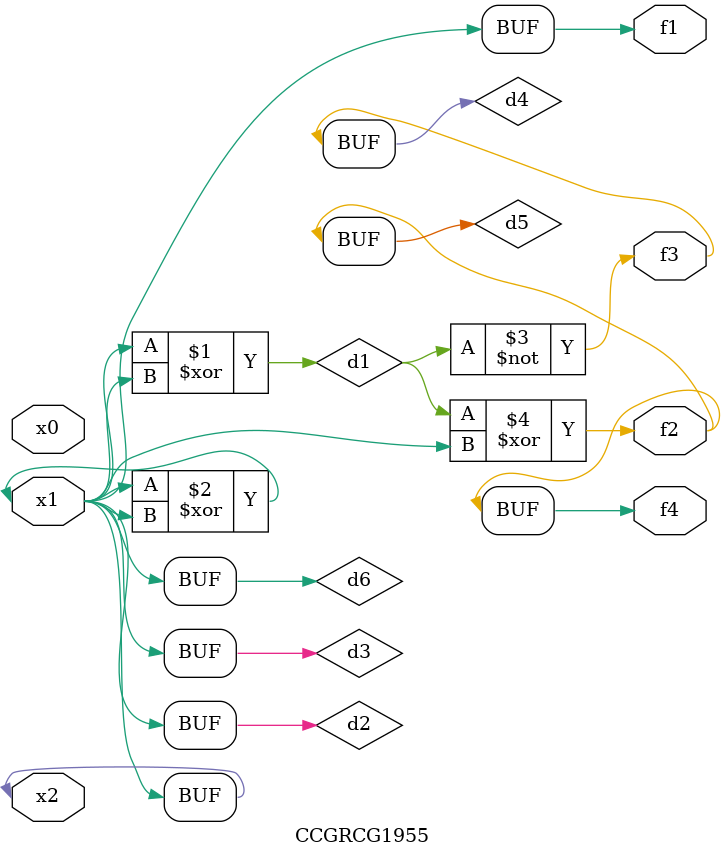
<source format=v>
module CCGRCG1955(
	input x0, x1, x2,
	output f1, f2, f3, f4
);

	wire d1, d2, d3, d4, d5, d6;

	xor (d1, x1, x2);
	buf (d2, x1, x2);
	xor (d3, x1, x2);
	nor (d4, d1);
	xor (d5, d1, d2);
	buf (d6, d2, d3);
	assign f1 = d6;
	assign f2 = d5;
	assign f3 = d4;
	assign f4 = d5;
endmodule

</source>
